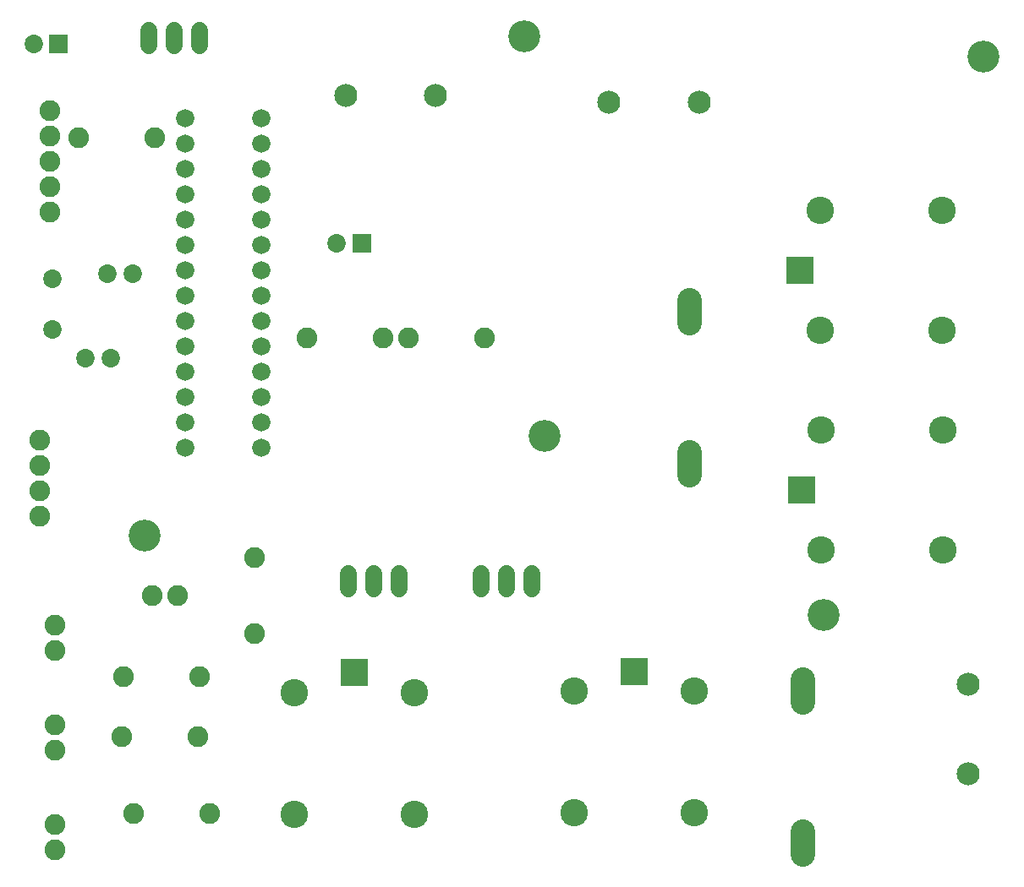
<source format=gbr>
G04 EAGLE Gerber RS-274X export*
G75*
%MOMM*%
%FSLAX34Y34*%
%LPD*%
%INSoldermask Bottom*%
%IPPOS*%
%AMOC8*
5,1,8,0,0,1.08239X$1,22.5*%
G01*
%ADD10C,3.203200*%
%ADD11C,2.082800*%
%ADD12R,1.854200X1.854200*%
%ADD13C,1.854200*%
%ADD14C,2.451100*%
%ADD15C,1.727200*%
%ADD16R,2.743200X2.743200*%
%ADD17C,2.743200*%
%ADD18C,2.303200*%
%ADD19C,1.828800*%


D10*
X980000Y840000D03*
X540000Y460000D03*
X140000Y360000D03*
X820000Y280000D03*
X520000Y860000D03*
D11*
X34800Y379600D03*
X34800Y405000D03*
X34800Y430400D03*
X34800Y455800D03*
D12*
X357200Y652800D03*
D13*
X332200Y652800D03*
D12*
X53700Y852800D03*
D13*
X28700Y852800D03*
X128300Y622100D03*
X102900Y622100D03*
X80900Y537900D03*
X106300Y537900D03*
D14*
X684700Y443540D02*
X684700Y421061D01*
X684700Y573461D02*
X684700Y595940D01*
X798500Y216040D02*
X798500Y193561D01*
X798500Y63640D02*
X798500Y41161D01*
D15*
X144100Y850580D02*
X144100Y865820D01*
X169500Y865820D02*
X169500Y850580D01*
X194900Y850580D02*
X194900Y865820D01*
D16*
X796100Y625750D03*
D17*
X816100Y565750D03*
X938100Y565750D03*
X938100Y685750D03*
X816100Y685750D03*
D16*
X797400Y405750D03*
D17*
X817400Y345750D03*
X939400Y345750D03*
X939400Y465750D03*
X817400Y465750D03*
D16*
X629850Y223900D03*
D17*
X569850Y203900D03*
X569850Y81900D03*
X689850Y81900D03*
X689850Y203900D03*
D16*
X349850Y222600D03*
D17*
X289850Y202600D03*
X289850Y80600D03*
X409850Y80600D03*
X409850Y202600D03*
D18*
X604800Y794200D03*
X694800Y794200D03*
X964100Y211100D03*
X964100Y121100D03*
X431100Y801000D03*
X341100Y801000D03*
D11*
X45200Y786100D03*
X45200Y760700D03*
X45200Y735300D03*
X45200Y709900D03*
X45200Y684500D03*
D15*
X344100Y322020D02*
X344100Y306780D01*
X369500Y306780D02*
X369500Y322020D01*
X394900Y322020D02*
X394900Y306780D01*
X477100Y306780D02*
X477100Y322020D01*
X502500Y322020D02*
X502500Y306780D01*
X527900Y306780D02*
X527900Y322020D01*
D11*
X149900Y758300D03*
X73700Y758300D03*
X128500Y81700D03*
X204700Y81700D03*
X193100Y158300D03*
X116900Y158300D03*
X194700Y218300D03*
X118500Y218300D03*
X404100Y557900D03*
X480300Y557900D03*
X302500Y557900D03*
X378700Y557900D03*
D19*
X180400Y778500D03*
X180400Y753100D03*
X180400Y727700D03*
X180400Y702300D03*
X180400Y676900D03*
X180400Y651500D03*
X180400Y626100D03*
X180400Y600700D03*
X180400Y575300D03*
X180400Y549900D03*
X180400Y524500D03*
X180400Y499100D03*
X180400Y473700D03*
X180400Y448300D03*
X256600Y448300D03*
X256600Y473700D03*
X256600Y499100D03*
X256600Y524500D03*
X256600Y549900D03*
X256600Y575300D03*
X256600Y600700D03*
X256600Y626100D03*
X256600Y651500D03*
X256600Y676900D03*
X256600Y702300D03*
X256600Y727700D03*
X256600Y753100D03*
X256600Y778500D03*
D13*
X47200Y566900D03*
X47200Y617700D03*
D11*
X50000Y70000D03*
X50000Y44600D03*
X50000Y170000D03*
X50000Y144600D03*
X50000Y270000D03*
X50000Y244600D03*
X147300Y300000D03*
X172700Y300000D03*
X250000Y261900D03*
X250000Y338100D03*
M02*

</source>
